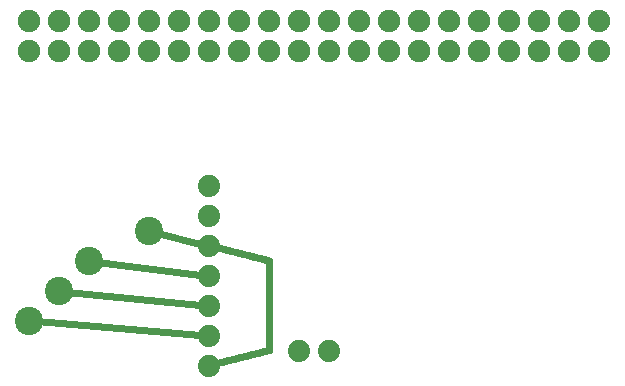
<source format=gbl>
G04 MADE WITH FRITZING*
G04 WWW.FRITZING.ORG*
G04 DOUBLE SIDED*
G04 HOLES PLATED*
G04 CONTOUR ON CENTER OF CONTOUR VECTOR*
%ASAXBY*%
%FSLAX23Y23*%
%MOIN*%
%OFA0B0*%
%SFA1.0B1.0*%
%ADD10C,0.075361*%
%ADD11C,0.074000*%
%ADD12C,0.094488*%
%ADD13C,0.024000*%
%ADD14R,0.001000X0.001000*%
%LNCOPPER0*%
G90*
G70*
G54D10*
X92Y1223D03*
X192Y1223D03*
X292Y1223D03*
X392Y1223D03*
X492Y1223D03*
X592Y1223D03*
X692Y1223D03*
X792Y1223D03*
X892Y1223D03*
X992Y1223D03*
X1092Y1223D03*
X1192Y1223D03*
X1292Y1223D03*
X1392Y1223D03*
X1492Y1223D03*
X1592Y1223D03*
X1692Y1223D03*
X1792Y1223D03*
X1892Y1223D03*
X1992Y1223D03*
X1992Y1323D03*
X1892Y1323D03*
X1792Y1323D03*
X1692Y1323D03*
X1592Y1323D03*
X1492Y1323D03*
X1392Y1323D03*
X1292Y1323D03*
X1192Y1323D03*
X1092Y1323D03*
X992Y1323D03*
X892Y1323D03*
X792Y1323D03*
X692Y1323D03*
X592Y1323D03*
X492Y1323D03*
X392Y1323D03*
X292Y1323D03*
X192Y1323D03*
X92Y1323D03*
G54D11*
X992Y223D03*
X692Y573D03*
X692Y673D03*
X692Y773D03*
X692Y173D03*
X692Y273D03*
X692Y373D03*
X692Y473D03*
X1092Y223D03*
G54D12*
X492Y623D03*
X292Y523D03*
X92Y323D03*
X192Y423D03*
G54D13*
X518Y616D02*
X662Y580D01*
D02*
X319Y519D02*
X661Y477D01*
D02*
X119Y321D02*
X661Y275D01*
D02*
X219Y420D02*
X661Y376D01*
G54D14*
X691Y585D02*
X692Y585D01*
X687Y584D02*
X697Y584D01*
X685Y583D02*
X701Y583D01*
X684Y582D02*
X705Y582D01*
X683Y581D02*
X709Y581D01*
X682Y580D02*
X713Y580D01*
X682Y579D02*
X717Y579D01*
X681Y578D02*
X721Y578D01*
X681Y577D02*
X725Y577D01*
X680Y576D02*
X729Y576D01*
X680Y575D02*
X733Y575D01*
X680Y574D02*
X737Y574D01*
X680Y573D02*
X740Y573D01*
X680Y572D02*
X744Y572D01*
X680Y571D02*
X748Y571D01*
X681Y570D02*
X752Y570D01*
X681Y569D02*
X756Y569D01*
X681Y568D02*
X760Y568D01*
X682Y567D02*
X764Y567D01*
X682Y566D02*
X768Y566D01*
X683Y565D02*
X772Y565D01*
X684Y564D02*
X776Y564D01*
X686Y563D02*
X780Y563D01*
X688Y562D02*
X784Y562D01*
X691Y561D02*
X788Y561D01*
X695Y560D02*
X792Y560D01*
X699Y559D02*
X796Y559D01*
X703Y558D02*
X800Y558D01*
X707Y557D02*
X804Y557D01*
X711Y556D02*
X808Y556D01*
X715Y555D02*
X812Y555D01*
X719Y554D02*
X816Y554D01*
X723Y553D02*
X820Y553D01*
X727Y552D02*
X824Y552D01*
X731Y551D02*
X828Y551D01*
X735Y550D02*
X832Y550D01*
X739Y549D02*
X835Y549D01*
X742Y548D02*
X839Y548D01*
X746Y547D02*
X843Y547D01*
X750Y546D02*
X847Y546D01*
X754Y545D02*
X851Y545D01*
X758Y544D02*
X855Y544D01*
X762Y543D02*
X859Y543D01*
X766Y542D02*
X863Y542D01*
X770Y541D02*
X867Y541D01*
X774Y540D02*
X871Y540D01*
X778Y539D02*
X875Y539D01*
X782Y538D02*
X879Y538D01*
X786Y537D02*
X883Y537D01*
X790Y536D02*
X887Y536D01*
X794Y535D02*
X891Y535D01*
X798Y534D02*
X895Y534D01*
X802Y533D02*
X898Y533D01*
X806Y532D02*
X899Y532D01*
X810Y531D02*
X901Y531D01*
X814Y530D02*
X902Y530D01*
X818Y529D02*
X902Y529D01*
X822Y528D02*
X903Y528D01*
X826Y527D02*
X904Y527D01*
X830Y526D02*
X904Y526D01*
X834Y525D02*
X904Y525D01*
X837Y524D02*
X904Y524D01*
X841Y523D02*
X904Y523D01*
X845Y522D02*
X905Y522D01*
X849Y521D02*
X905Y521D01*
X853Y520D02*
X905Y520D01*
X857Y519D02*
X905Y519D01*
X861Y518D02*
X905Y518D01*
X865Y517D02*
X905Y517D01*
X869Y516D02*
X905Y516D01*
X873Y515D02*
X905Y515D01*
X877Y514D02*
X905Y514D01*
X881Y513D02*
X905Y513D01*
X882Y512D02*
X905Y512D01*
X882Y511D02*
X905Y511D01*
X882Y510D02*
X905Y510D01*
X882Y509D02*
X905Y509D01*
X882Y508D02*
X905Y508D01*
X882Y507D02*
X905Y507D01*
X882Y506D02*
X905Y506D01*
X882Y505D02*
X905Y505D01*
X882Y504D02*
X905Y504D01*
X882Y503D02*
X905Y503D01*
X882Y502D02*
X905Y502D01*
X882Y501D02*
X905Y501D01*
X882Y500D02*
X905Y500D01*
X882Y499D02*
X905Y499D01*
X882Y498D02*
X905Y498D01*
X882Y497D02*
X905Y497D01*
X882Y496D02*
X905Y496D01*
X882Y495D02*
X905Y495D01*
X882Y494D02*
X905Y494D01*
X882Y493D02*
X905Y493D01*
X882Y492D02*
X905Y492D01*
X882Y491D02*
X905Y491D01*
X882Y490D02*
X905Y490D01*
X882Y489D02*
X905Y489D01*
X882Y488D02*
X905Y488D01*
X882Y487D02*
X905Y487D01*
X882Y486D02*
X905Y486D01*
X882Y485D02*
X905Y485D01*
X882Y484D02*
X905Y484D01*
X882Y483D02*
X905Y483D01*
X882Y482D02*
X905Y482D01*
X882Y481D02*
X905Y481D01*
X882Y480D02*
X905Y480D01*
X882Y479D02*
X905Y479D01*
X882Y478D02*
X905Y478D01*
X882Y477D02*
X905Y477D01*
X882Y476D02*
X905Y476D01*
X882Y475D02*
X905Y475D01*
X882Y474D02*
X905Y474D01*
X882Y473D02*
X905Y473D01*
X882Y472D02*
X905Y472D01*
X882Y471D02*
X905Y471D01*
X882Y470D02*
X905Y470D01*
X882Y469D02*
X905Y469D01*
X882Y468D02*
X905Y468D01*
X882Y467D02*
X905Y467D01*
X882Y466D02*
X905Y466D01*
X882Y465D02*
X905Y465D01*
X882Y464D02*
X905Y464D01*
X882Y463D02*
X905Y463D01*
X882Y462D02*
X905Y462D01*
X882Y461D02*
X905Y461D01*
X882Y460D02*
X905Y460D01*
X882Y459D02*
X905Y459D01*
X882Y458D02*
X905Y458D01*
X882Y457D02*
X905Y457D01*
X882Y456D02*
X905Y456D01*
X882Y455D02*
X905Y455D01*
X882Y454D02*
X905Y454D01*
X882Y453D02*
X905Y453D01*
X882Y452D02*
X905Y452D01*
X882Y451D02*
X905Y451D01*
X882Y450D02*
X905Y450D01*
X882Y449D02*
X905Y449D01*
X882Y448D02*
X905Y448D01*
X882Y447D02*
X905Y447D01*
X882Y446D02*
X905Y446D01*
X882Y445D02*
X905Y445D01*
X882Y444D02*
X905Y444D01*
X882Y443D02*
X905Y443D01*
X882Y442D02*
X905Y442D01*
X882Y441D02*
X905Y441D01*
X882Y440D02*
X905Y440D01*
X882Y439D02*
X905Y439D01*
X882Y438D02*
X905Y438D01*
X882Y437D02*
X905Y437D01*
X882Y436D02*
X905Y436D01*
X882Y435D02*
X905Y435D01*
X882Y434D02*
X905Y434D01*
X882Y433D02*
X905Y433D01*
X882Y432D02*
X905Y432D01*
X882Y431D02*
X905Y431D01*
X882Y430D02*
X905Y430D01*
X882Y429D02*
X905Y429D01*
X882Y428D02*
X905Y428D01*
X882Y427D02*
X905Y427D01*
X882Y426D02*
X905Y426D01*
X882Y425D02*
X905Y425D01*
X882Y424D02*
X905Y424D01*
X882Y423D02*
X905Y423D01*
X882Y422D02*
X905Y422D01*
X882Y421D02*
X905Y421D01*
X882Y420D02*
X905Y420D01*
X882Y419D02*
X905Y419D01*
X882Y418D02*
X905Y418D01*
X882Y417D02*
X905Y417D01*
X882Y416D02*
X905Y416D01*
X882Y415D02*
X905Y415D01*
X882Y414D02*
X905Y414D01*
X882Y413D02*
X905Y413D01*
X882Y412D02*
X905Y412D01*
X882Y411D02*
X905Y411D01*
X882Y410D02*
X905Y410D01*
X882Y409D02*
X905Y409D01*
X882Y408D02*
X905Y408D01*
X882Y407D02*
X905Y407D01*
X882Y406D02*
X905Y406D01*
X882Y405D02*
X905Y405D01*
X882Y404D02*
X905Y404D01*
X882Y403D02*
X905Y403D01*
X882Y402D02*
X905Y402D01*
X882Y401D02*
X905Y401D01*
X882Y400D02*
X905Y400D01*
X882Y399D02*
X905Y399D01*
X882Y398D02*
X905Y398D01*
X882Y397D02*
X905Y397D01*
X882Y396D02*
X905Y396D01*
X882Y395D02*
X905Y395D01*
X882Y394D02*
X905Y394D01*
X882Y393D02*
X905Y393D01*
X882Y392D02*
X905Y392D01*
X882Y391D02*
X905Y391D01*
X882Y390D02*
X905Y390D01*
X882Y389D02*
X905Y389D01*
X882Y388D02*
X905Y388D01*
X882Y387D02*
X905Y387D01*
X882Y386D02*
X905Y386D01*
X882Y385D02*
X905Y385D01*
X882Y384D02*
X905Y384D01*
X882Y383D02*
X905Y383D01*
X882Y382D02*
X905Y382D01*
X882Y381D02*
X905Y381D01*
X882Y380D02*
X905Y380D01*
X882Y379D02*
X905Y379D01*
X882Y378D02*
X905Y378D01*
X882Y377D02*
X905Y377D01*
X882Y376D02*
X905Y376D01*
X882Y375D02*
X905Y375D01*
X882Y374D02*
X905Y374D01*
X882Y373D02*
X905Y373D01*
X882Y372D02*
X905Y372D01*
X882Y371D02*
X905Y371D01*
X882Y370D02*
X905Y370D01*
X882Y369D02*
X905Y369D01*
X882Y368D02*
X905Y368D01*
X882Y367D02*
X905Y367D01*
X882Y366D02*
X905Y366D01*
X882Y365D02*
X905Y365D01*
X882Y364D02*
X905Y364D01*
X882Y363D02*
X905Y363D01*
X882Y362D02*
X905Y362D01*
X882Y361D02*
X905Y361D01*
X882Y360D02*
X905Y360D01*
X882Y359D02*
X905Y359D01*
X882Y358D02*
X905Y358D01*
X882Y357D02*
X905Y357D01*
X882Y356D02*
X905Y356D01*
X882Y355D02*
X905Y355D01*
X882Y354D02*
X905Y354D01*
X882Y353D02*
X905Y353D01*
X882Y352D02*
X905Y352D01*
X882Y351D02*
X905Y351D01*
X882Y350D02*
X905Y350D01*
X882Y349D02*
X905Y349D01*
X882Y348D02*
X905Y348D01*
X882Y347D02*
X905Y347D01*
X882Y346D02*
X905Y346D01*
X882Y345D02*
X905Y345D01*
X882Y344D02*
X905Y344D01*
X882Y343D02*
X905Y343D01*
X882Y342D02*
X905Y342D01*
X882Y341D02*
X905Y341D01*
X882Y340D02*
X905Y340D01*
X882Y339D02*
X905Y339D01*
X882Y338D02*
X905Y338D01*
X882Y337D02*
X905Y337D01*
X882Y336D02*
X905Y336D01*
X882Y335D02*
X905Y335D01*
X882Y334D02*
X905Y334D01*
X882Y333D02*
X905Y333D01*
X882Y332D02*
X905Y332D01*
X882Y331D02*
X905Y331D01*
X882Y330D02*
X905Y330D01*
X882Y329D02*
X905Y329D01*
X882Y328D02*
X905Y328D01*
X882Y327D02*
X905Y327D01*
X882Y326D02*
X905Y326D01*
X882Y325D02*
X905Y325D01*
X882Y324D02*
X905Y324D01*
X882Y323D02*
X905Y323D01*
X882Y322D02*
X905Y322D01*
X882Y321D02*
X905Y321D01*
X882Y320D02*
X905Y320D01*
X882Y319D02*
X905Y319D01*
X882Y318D02*
X905Y318D01*
X882Y317D02*
X905Y317D01*
X882Y316D02*
X905Y316D01*
X882Y315D02*
X905Y315D01*
X882Y314D02*
X905Y314D01*
X882Y313D02*
X905Y313D01*
X882Y312D02*
X905Y312D01*
X882Y311D02*
X905Y311D01*
X882Y310D02*
X905Y310D01*
X882Y309D02*
X905Y309D01*
X882Y308D02*
X905Y308D01*
X882Y307D02*
X905Y307D01*
X882Y306D02*
X905Y306D01*
X882Y305D02*
X905Y305D01*
X882Y304D02*
X905Y304D01*
X882Y303D02*
X905Y303D01*
X882Y302D02*
X905Y302D01*
X882Y301D02*
X905Y301D01*
X882Y300D02*
X905Y300D01*
X882Y299D02*
X905Y299D01*
X882Y298D02*
X905Y298D01*
X882Y297D02*
X905Y297D01*
X882Y296D02*
X905Y296D01*
X882Y295D02*
X905Y295D01*
X882Y294D02*
X905Y294D01*
X882Y293D02*
X905Y293D01*
X882Y292D02*
X905Y292D01*
X882Y291D02*
X905Y291D01*
X882Y290D02*
X905Y290D01*
X882Y289D02*
X905Y289D01*
X882Y288D02*
X905Y288D01*
X882Y287D02*
X905Y287D01*
X882Y286D02*
X905Y286D01*
X882Y285D02*
X905Y285D01*
X882Y284D02*
X905Y284D01*
X882Y283D02*
X905Y283D01*
X882Y282D02*
X905Y282D01*
X882Y281D02*
X905Y281D01*
X882Y280D02*
X905Y280D01*
X882Y279D02*
X905Y279D01*
X882Y278D02*
X905Y278D01*
X882Y277D02*
X905Y277D01*
X882Y276D02*
X905Y276D01*
X882Y275D02*
X905Y275D01*
X882Y274D02*
X905Y274D01*
X882Y273D02*
X905Y273D01*
X882Y272D02*
X905Y272D01*
X882Y271D02*
X905Y271D01*
X882Y270D02*
X905Y270D01*
X882Y269D02*
X905Y269D01*
X882Y268D02*
X905Y268D01*
X882Y267D02*
X905Y267D01*
X882Y266D02*
X905Y266D01*
X882Y265D02*
X905Y265D01*
X882Y264D02*
X905Y264D01*
X882Y263D02*
X905Y263D01*
X882Y262D02*
X905Y262D01*
X882Y261D02*
X905Y261D01*
X882Y260D02*
X905Y260D01*
X882Y259D02*
X905Y259D01*
X882Y258D02*
X905Y258D01*
X882Y257D02*
X905Y257D01*
X882Y256D02*
X905Y256D01*
X882Y255D02*
X905Y255D01*
X882Y254D02*
X905Y254D01*
X882Y253D02*
X905Y253D01*
X882Y252D02*
X905Y252D01*
X882Y251D02*
X905Y251D01*
X882Y250D02*
X905Y250D01*
X882Y249D02*
X905Y249D01*
X882Y248D02*
X905Y248D01*
X882Y247D02*
X905Y247D01*
X882Y246D02*
X905Y246D01*
X882Y245D02*
X905Y245D01*
X882Y244D02*
X905Y244D01*
X882Y243D02*
X905Y243D01*
X882Y242D02*
X905Y242D01*
X882Y241D02*
X905Y241D01*
X882Y240D02*
X905Y240D01*
X882Y239D02*
X905Y239D01*
X882Y238D02*
X905Y238D01*
X882Y237D02*
X905Y237D01*
X882Y236D02*
X905Y236D01*
X882Y235D02*
X905Y235D01*
X882Y234D02*
X905Y234D01*
X882Y233D02*
X905Y233D01*
X878Y232D02*
X905Y232D01*
X874Y231D02*
X905Y231D01*
X870Y230D02*
X905Y230D01*
X866Y229D02*
X905Y229D01*
X862Y228D02*
X905Y228D01*
X858Y227D02*
X905Y227D01*
X854Y226D02*
X905Y226D01*
X850Y225D02*
X905Y225D01*
X846Y224D02*
X905Y224D01*
X842Y223D02*
X904Y223D01*
X838Y222D02*
X904Y222D01*
X834Y221D02*
X904Y221D01*
X830Y220D02*
X904Y220D01*
X826Y219D02*
X904Y219D01*
X822Y218D02*
X903Y218D01*
X818Y217D02*
X903Y217D01*
X814Y216D02*
X902Y216D01*
X810Y215D02*
X901Y215D01*
X806Y214D02*
X900Y214D01*
X802Y213D02*
X898Y213D01*
X798Y212D02*
X895Y212D01*
X794Y211D02*
X892Y211D01*
X790Y210D02*
X888Y210D01*
X786Y209D02*
X884Y209D01*
X782Y208D02*
X880Y208D01*
X778Y207D02*
X876Y207D01*
X774Y206D02*
X872Y206D01*
X770Y205D02*
X868Y205D01*
X766Y204D02*
X864Y204D01*
X762Y203D02*
X860Y203D01*
X758Y202D02*
X856Y202D01*
X754Y201D02*
X852Y201D01*
X750Y200D02*
X848Y200D01*
X746Y199D02*
X844Y199D01*
X742Y198D02*
X840Y198D01*
X738Y197D02*
X836Y197D01*
X734Y196D02*
X832Y196D01*
X730Y195D02*
X828Y195D01*
X726Y194D02*
X824Y194D01*
X722Y193D02*
X820Y193D01*
X718Y192D02*
X816Y192D01*
X714Y191D02*
X812Y191D01*
X710Y190D02*
X808Y190D01*
X706Y189D02*
X804Y189D01*
X702Y188D02*
X800Y188D01*
X698Y187D02*
X796Y187D01*
X694Y186D02*
X792Y186D01*
X690Y185D02*
X788Y185D01*
X687Y184D02*
X784Y184D01*
X685Y183D02*
X780Y183D01*
X684Y182D02*
X776Y182D01*
X683Y181D02*
X772Y181D01*
X682Y180D02*
X768Y180D01*
X682Y179D02*
X764Y179D01*
X681Y178D02*
X760Y178D01*
X681Y177D02*
X756Y177D01*
X680Y176D02*
X752Y176D01*
X680Y175D02*
X748Y175D01*
X680Y174D02*
X744Y174D01*
X680Y173D02*
X740Y173D01*
X680Y172D02*
X736Y172D01*
X680Y171D02*
X732Y171D01*
X681Y170D02*
X728Y170D01*
X681Y169D02*
X724Y169D01*
X681Y168D02*
X720Y168D01*
X682Y167D02*
X716Y167D01*
X683Y166D02*
X712Y166D01*
X683Y165D02*
X708Y165D01*
X684Y164D02*
X704Y164D01*
X686Y163D02*
X700Y163D01*
X688Y162D02*
X696Y162D01*
D02*
G04 End of Copper0*
M02*
</source>
